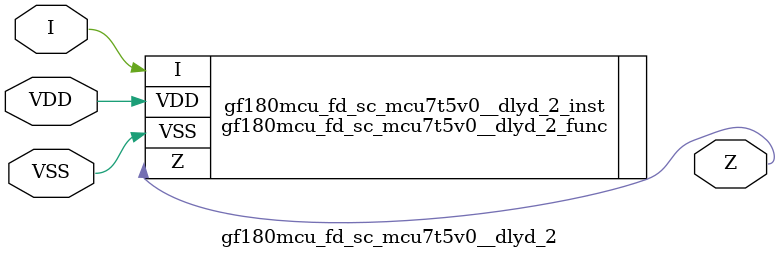
<source format=v>

module gf180mcu_fd_sc_mcu7t5v0__dlyd_2( I, Z, VDD, VSS );
input I;
inout VDD, VSS;
output Z;

   `ifdef FUNCTIONAL  //  functional //

	gf180mcu_fd_sc_mcu7t5v0__dlyd_2_func gf180mcu_fd_sc_mcu7t5v0__dlyd_2_behav_inst(.I(I),.Z(Z),.VDD(VDD),.VSS(VSS));

   `else

	gf180mcu_fd_sc_mcu7t5v0__dlyd_2_func gf180mcu_fd_sc_mcu7t5v0__dlyd_2_inst(.I(I),.Z(Z),.VDD(VDD),.VSS(VSS));

	// spec_gates_begin


	// spec_gates_end



   specify

	// specify_block_begin

	// comb arc I --> Z
	 (I => Z) = (1.0,1.0);

	// specify_block_end

   endspecify

   `endif

endmodule

</source>
